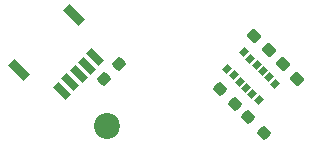
<source format=gbr>
%TF.GenerationSoftware,KiCad,Pcbnew,(7.0.0)*%
%TF.CreationDate,2023-03-07T16:38:13-05:00*%
%TF.ProjectId,laser-holder,6c617365-722d-4686-9f6c-6465722e6b69,A*%
%TF.SameCoordinates,Original*%
%TF.FileFunction,Soldermask,Top*%
%TF.FilePolarity,Negative*%
%FSLAX46Y46*%
G04 Gerber Fmt 4.6, Leading zero omitted, Abs format (unit mm)*
G04 Created by KiCad (PCBNEW (7.0.0)) date 2023-03-07 16:38:13*
%MOMM*%
%LPD*%
G01*
G04 APERTURE LIST*
G04 Aperture macros list*
%AMRoundRect*
0 Rectangle with rounded corners*
0 $1 Rounding radius*
0 $2 $3 $4 $5 $6 $7 $8 $9 X,Y pos of 4 corners*
0 Add a 4 corners polygon primitive as box body*
4,1,4,$2,$3,$4,$5,$6,$7,$8,$9,$2,$3,0*
0 Add four circle primitives for the rounded corners*
1,1,$1+$1,$2,$3*
1,1,$1+$1,$4,$5*
1,1,$1+$1,$6,$7*
1,1,$1+$1,$8,$9*
0 Add four rect primitives between the rounded corners*
20,1,$1+$1,$2,$3,$4,$5,0*
20,1,$1+$1,$4,$5,$6,$7,0*
20,1,$1+$1,$6,$7,$8,$9,0*
20,1,$1+$1,$8,$9,$2,$3,0*%
%AMRotRect*
0 Rectangle, with rotation*
0 The origin of the aperture is its center*
0 $1 length*
0 $2 width*
0 $3 Rotation angle, in degrees counterclockwise*
0 Add horizontal line*
21,1,$1,$2,0,0,$3*%
G04 Aperture macros list end*
%ADD10RotRect,0.600000X1.550000X225.000000*%
%ADD11RotRect,0.800000X1.800000X225.000000*%
%ADD12C,2.200000*%
%ADD13RoundRect,0.237500X-0.344715X0.008839X0.008839X-0.344715X0.344715X-0.008839X-0.008839X0.344715X0*%
%ADD14RoundRect,0.237500X0.008839X0.344715X-0.344715X-0.008839X-0.008839X-0.344715X0.344715X0.008839X0*%
%ADD15RoundRect,0.237500X0.380070X-0.044194X-0.044194X0.380070X-0.380070X0.044194X0.044194X-0.380070X0*%
%ADD16RotRect,0.600000X0.550000X45.000000*%
%ADD17RoundRect,0.237500X0.344715X-0.008839X-0.008839X0.344715X-0.344715X0.008839X0.008839X-0.344715X0*%
G04 APERTURE END LIST*
D10*
%TO.C,J1*%
X139107285Y-94720278D03*
X138400178Y-95427385D03*
X137693071Y-96134492D03*
X136985964Y-96841599D03*
X136278857Y-97548706D03*
D11*
X137321840Y-91096356D03*
X132654935Y-95763261D03*
%TD*%
D12*
%TO.C,H1*%
X140066726Y-100508147D03*
%TD*%
D13*
%TO.C,R2*%
X150957196Y-98698617D03*
X149666726Y-97408147D03*
%TD*%
D14*
%TO.C,R3*%
X141111961Y-95254765D03*
X139821491Y-96545235D03*
%TD*%
D15*
%TO.C,C2*%
X154966726Y-95308147D03*
X156186486Y-96527907D03*
%TD*%
D16*
%TO.C,U1*%
X151707106Y-94292892D03*
X152237436Y-94823222D03*
X152767766Y-95353552D03*
X153298096Y-95883882D03*
X153828426Y-96414213D03*
X154358756Y-96944543D03*
X152944543Y-98358756D03*
X152414213Y-97828426D03*
X151883882Y-97298096D03*
X151353552Y-96767766D03*
X150823222Y-96237436D03*
X150292892Y-95707106D03*
%TD*%
D17*
%TO.C,R1*%
X152066726Y-99808147D03*
X153357196Y-101098617D03*
%TD*%
D15*
%TO.C,C1*%
X153786486Y-94127907D03*
X152566726Y-92908147D03*
%TD*%
M02*

</source>
